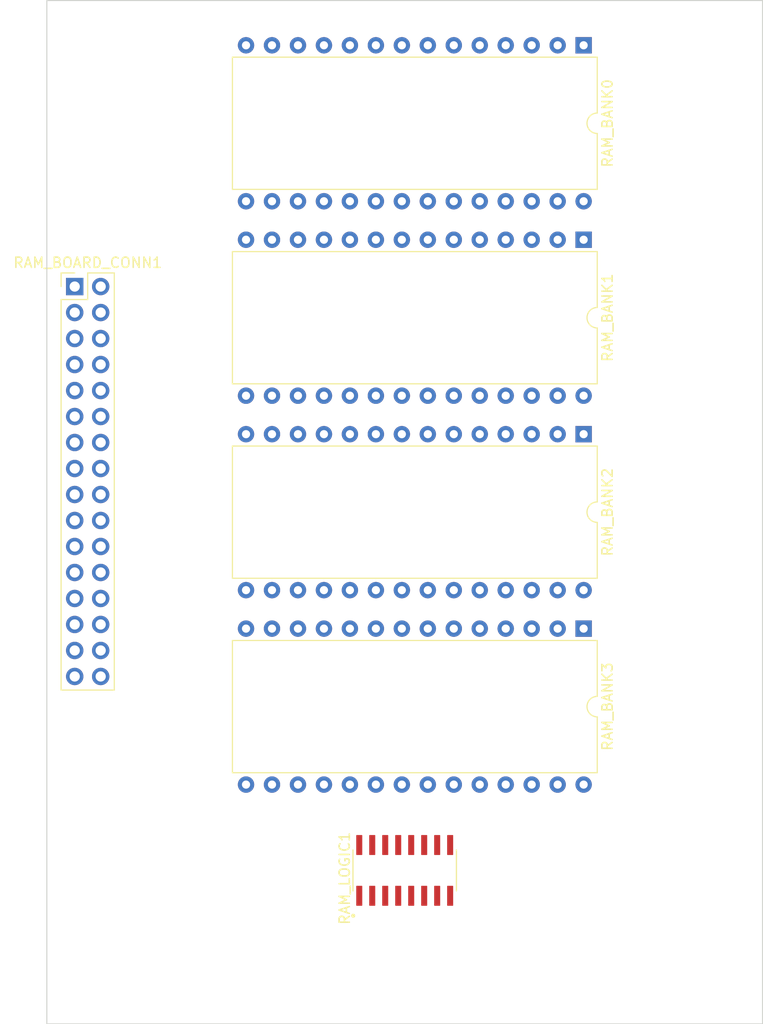
<source format=kicad_pcb>
(kicad_pcb (version 20211014) (generator pcbnew)
  (layers (0 "F.Cu" signal) (31 "B.Cu" signal) (34 "B.Paste" user) (35 "F.Paste" user) (38 "B.Mask" user) (39 "F.Mask" user) (44 "Edge.Cuts" user))
  (net 0 "")
  (net 1 "/A14")
  (net 2 "/A12")
  (net 3 "/A7")
  (net 4 "/A6")
  (net 5 "/A5")
  (net 6 "/A4")
  (net 7 "/A3")
  (net 8 "/A2")
  (net 9 "/A1")
  (net 10 "/A0")
  (net 11 "/DQ0")
  (net 12 "/DQ1")
  (net 13 "/DQ2")
  (net 14 "/GND")
  (net 15 "/DQ3")
  (net 16 "/DQ4")
  (net 17 "/DQ5")
  (net 18 "/DQ6")
  (net 19 "/DQ7")
  (net 20 "/B0")
  (net 21 "/A10")
  (net 22 "/OE0")
  (net 23 "/A11")
  (net 24 "/A9")
  (net 25 "/A8")
  (net 26 "/A13")
  (net 27 "/WE0")
  (net 28 "/VCC")
  (net 29 "/B1")
  (net 30 "/OE1")
  (net 31 "/WE1")
  (net 32 "/OE2")
  (net 33 "/WE2")
  (net 34 "/OE3")
  (net 35 "/WE3")
  (net 36 "/RW0")
  (net 37 "/CARDSEL0")
  (net 38 "/CARDSEL1")
  (net 39 "/RW1")
  (net 40 "/RES")
  (footprint "Connector_PinHeader_2.54mm:PinHeader_2x16_P2.54mm_Vertical" (layer "F.Cu") (at 22.725 117.95)
    (fp_text reference "RAM_BOARD_CONN1" (at 1.27 -2.33) (layer "F.SilkS"))
    (fp_text value "Conn_02x16_Odd_Even")
    (fp_line (start -1.33 -1.33) (end 0 -1.33) (layer "F.SilkS") (width 0.12))
    (fp_line (start 1.27 1.27) (end 1.27 -1.33) (layer "F.SilkS") (width 0.12))
    (fp_line (start 1.27 -1.33) (end 3.87 -1.33) (layer "F.SilkS") (width 0.12))
    (fp_line (start -1.33 39.43) (end 3.87 39.43) (layer "F.SilkS") (width 0.12))
    (fp_line (start 3.87 -1.33) (end 3.87 39.43) (layer "F.SilkS") (width 0.12))
    (fp_line (start -1.33 0) (end -1.33 -1.33) (layer "F.SilkS") (width 0.12))
    (fp_line (start -1.33 1.27) (end -1.33 39.43) (layer "F.SilkS") (width 0.12))
    (fp_line (start -1.33 1.27) (end 1.27 1.27) (layer "F.SilkS") (width 0.12))
    (pad "1" thru_hole rect (at 0 0) (size 1.7 1.7) (drill 1) (layers *.Cu *.Mask) (net 10 "/A0"))
    (pad "2" thru_hole oval (at 2.54 0) (size 1.7 1.7) (drill 1) (layers *.Cu *.Mask) (net 11 "/DQ0"))
    (pad "3" thru_hole oval (at 0 2.54) (size 1.7 1.7) (drill 1) (layers *.Cu *.Mask) (net 9 "/A1"))
    (pad "4" thru_hole oval (at 2.54 2.54) (size 1.7 1.7) (drill 1) (layers *.Cu *.Mask) (net 12 "/DQ1"))
    (pad "5" thru_hole oval (at 0 5.08) (size 1.7 1.7) (drill 1) (layers *.Cu *.Mask) (net 8 "/A2"))
    (pad "6" thru_hole oval (at 2.54 5.08) (size 1.7 1.7) (drill 1) (layers *.Cu *.Mask) (net 13 "/DQ2"))
    (pad "7" thru_hole oval (at 0 7.62) (size 1.7 1.7) (drill 1) (layers *.Cu *.Mask) (net 7 "/A3"))
    (pad "8" thru_hole oval (at 2.54 7.62) (size 1.7 1.7) (drill 1) (layers *.Cu *.Mask) (net 15 "/DQ3"))
    (pad "9" thru_hole oval (at 0 10.16) (size 1.7 1.7) (drill 1) (layers *.Cu *.Mask) (net 6 "/A4"))
    (pad "10" thru_hole oval (at 2.54 10.16) (size 1.7 1.7) (drill 1) (layers *.Cu *.Mask) (net 16 "/DQ4"))
    (pad "11" thru_hole oval (at 0 12.7) (size 1.7 1.7) (drill 1) (layers *.Cu *.Mask) (net 5 "/A5"))
    (pad "12" thru_hole oval (at 2.54 12.7) (size 1.7 1.7) (drill 1) (layers *.Cu *.Mask) (net 17 "/DQ5"))
    (pad "13" thru_hole oval (at 0 15.24) (size 1.7 1.7) (drill 1) (layers *.Cu *.Mask) (net 4 "/A6"))
    (pad "14" thru_hole oval (at 2.54 15.24) (size 1.7 1.7) (drill 1) (layers *.Cu *.Mask) (net 18 "/DQ6"))
    (pad "15" thru_hole oval (at 0 17.78) (size 1.7 1.7) (drill 1) (layers *.Cu *.Mask) (net 3 "/A7"))
    (pad "16" thru_hole oval (at 2.54 17.78) (size 1.7 1.7) (drill 1) (layers *.Cu *.Mask) (net 19 "/DQ7"))
    (pad "17" thru_hole oval (at 0 20.32) (size 1.7 1.7) (drill 1) (layers *.Cu *.Mask) (net 25 "/A8"))
    (pad "18" thru_hole oval (at 2.54 20.32) (size 1.7 1.7) (drill 1) (layers *.Cu *.Mask) (net 29 "/B1"))
    (pad "19" thru_hole oval (at 0 22.86) (size 1.7 1.7) (drill 1) (layers *.Cu *.Mask) (net 24 "/A9"))
    (pad "20" thru_hole oval (at 2.54 22.86) (size 1.7 1.7) (drill 1) (layers *.Cu *.Mask) (net 20 "/B0"))
    (pad "21" thru_hole oval (at 0 25.4) (size 1.7 1.7) (drill 1) (layers *.Cu *.Mask) (net 21 "/A10"))
    (pad "22" thru_hole oval (at 2.54 25.4) (size 1.7 1.7) (drill 1) (layers *.Cu *.Mask) (net 36 "/RW0"))
    (pad "23" thru_hole oval (at 0 27.94) (size 1.7 1.7) (drill 1) (layers *.Cu *.Mask) (net 23 "/A11"))
    (pad "24" thru_hole oval (at 2.54 27.94) (size 1.7 1.7) (drill 1) (layers *.Cu *.Mask) (net 39 "/RW1"))
    (pad "25" thru_hole oval (at 0 30.48) (size 1.7 1.7) (drill 1) (layers *.Cu *.Mask) (net 2 "/A12"))
    (pad "26" thru_hole oval (at 2.54 30.48) (size 1.7 1.7) (drill 1) (layers *.Cu *.Mask) (net 37 "/CARDSEL0"))
    (pad "27" thru_hole oval (at 0 33.02) (size 1.7 1.7) (drill 1) (layers *.Cu *.Mask) (net 26 "/A13"))
    (pad "28" thru_hole oval (at 2.54 33.02) (size 1.7 1.7) (drill 1) (layers *.Cu *.Mask) (net 38 "/CARDSEL1"))
    (pad "29" thru_hole oval (at 0 35.56) (size 1.7 1.7) (drill 1) (layers *.Cu *.Mask) (net 1 "/A14"))
    (pad "30" thru_hole oval (at 2.54 35.56) (size 1.7 1.7) (drill 1) (layers *.Cu *.Mask) (net 40 "/RES"))
    (pad "31" thru_hole oval (at 0 38.1) (size 1.7 1.7) (drill 1) (layers *.Cu *.Mask) (net 14 "/GND"))
    (pad "32" thru_hole oval (at 2.54 38.1) (size 1.7 1.7) (drill 1) (layers *.Cu *.Mask) (net 28 "/VCC"))
  )
  (footprint "MC74HC139ADR2G:SOIC127P600X175-16N" (layer "F.Cu") (at 55 175 90)
    (fp_text reference "RAM_LOGIC1" (at -0.775 -5.872 90) (layer "F.SilkS"))
    (fp_text value "MC74HC139ADR2G")
    (fp_line (start -2 -5.06) (end 2 -5.06) (layer "F.SilkS") (width 0.127))
    (fp_line (start -2 5.06) (end 2 5.06) (layer "F.SilkS") (width 0.127))
    (fp_circle (center -4.43 -5.035) (end -4.33 -5.035) (layer "F.SilkS") (width 0.2) (fill none))
    (pad "1" smd roundrect locked (at -2.48 -4.445 90) (size 1.95 0.59) (layers "F.Cu" "F.Paste" "F.Mask") (roundrect_rratio 0.07) (net 14 "/GND"))
    (pad "2" smd roundrect locked (at -2.48 -3.175 90) (size 1.95 0.59) (layers "F.Cu" "F.Paste" "F.Mask") (roundrect_rratio 0.07) (net 36 "/RW0"))
    (pad "3" smd roundrect locked (at -2.48 -1.905 90) (size 1.95 0.59) (layers "F.Cu" "F.Paste" "F.Mask") (roundrect_rratio 0.07) (net 37 "/CARDSEL0"))
    (pad "4" smd roundrect locked (at -2.48 -0.635 90) (size 1.95 0.59) (layers "F.Cu" "F.Paste" "F.Mask") (roundrect_rratio 0.07) (net 27 "/WE0"))
    (pad "5" smd roundrect locked (at -2.48 0.635 90) (size 1.95 0.59) (layers "F.Cu" "F.Paste" "F.Mask") (roundrect_rratio 0.07) (net 22 "/OE0"))
    (pad "6" smd roundrect locked (at -2.48 1.905 90) (size 1.95 0.59) (layers "F.Cu" "F.Paste" "F.Mask") (roundrect_rratio 0.07) (net 31 "/WE1"))
    (pad "7" smd roundrect locked (at -2.48 3.175 90) (size 1.95 0.59) (layers "F.Cu" "F.Paste" "F.Mask") (roundrect_rratio 0.07) (net 30 "/OE1"))
    (pad "8" smd roundrect locked (at -2.48 4.445 90) (size 1.95 0.59) (layers "F.Cu" "F.Paste" "F.Mask") (roundrect_rratio 0.07) (net 14 "/GND"))
    (pad "9" smd roundrect locked (at 2.48 4.445 90) (size 1.95 0.59) (layers "F.Cu" "F.Paste" "F.Mask") (roundrect_rratio 0.07) (net 34 "/OE3"))
    (pad "10" smd roundrect locked (at 2.48 3.175 90) (size 1.95 0.59) (layers "F.Cu" "F.Paste" "F.Mask") (roundrect_rratio 0.07) (net 35 "/WE3"))
    (pad "11" smd roundrect locked (at 2.48 1.905 90) (size 1.95 0.59) (layers "F.Cu" "F.Paste" "F.Mask") (roundrect_rratio 0.07) (net 32 "/OE2"))
    (pad "12" smd roundrect locked (at 2.48 0.635 90) (size 1.95 0.59) (layers "F.Cu" "F.Paste" "F.Mask") (roundrect_rratio 0.07) (net 33 "/WE2"))
    (pad "13" smd roundrect locked (at 2.48 -0.635 90) (size 1.95 0.59) (layers "F.Cu" "F.Paste" "F.Mask") (roundrect_rratio 0.07) (net 38 "/CARDSEL1"))
    (pad "14" smd roundrect locked (at 2.48 -1.905 90) (size 1.95 0.59) (layers "F.Cu" "F.Paste" "F.Mask") (roundrect_rratio 0.07) (net 39 "/RW1"))
    (pad "15" smd roundrect locked (at 2.48 -3.175 90) (size 1.95 0.59) (layers "F.Cu" "F.Paste" "F.Mask") (roundrect_rratio 0.07) (net 14 "/GND"))
    (pad "16" smd roundrect locked (at 2.48 -4.445 90) (size 1.95 0.59) (layers "F.Cu" "F.Paste" "F.Mask") (roundrect_rratio 0.07) (net 28 "/VCC"))
  )
  (footprint "Package_DIP:DIP-28_W15.24mm" (layer "F.Cu") (at 72.5 151.375 -90)
    (fp_text reference "RAM_BANK3" (at 7.62 -2.33 90) (layer "F.SilkS"))
    (fp_text value "D43256C")
    (fp_line (start 14.08 -1.33) (end 8.62 -1.33) (layer "F.SilkS") (width 0.12))
    (fp_line (start 1.16 34.35) (end 14.08 34.35) (layer "F.SilkS") (width 0.12))
    (fp_line (start 6.62 -1.33) (end 1.16 -1.33) (layer "F.SilkS") (width 0.12))
    (fp_line (start 14.08 34.35) (end 14.08 -1.33) (layer "F.SilkS") (width 0.12))
    (fp_line (start 1.16 -1.33) (end 1.16 34.35) (layer "F.SilkS") (width 0.12))
    (fp_arc (start 8.62 -1.33) (mid 7.62 -0.33) (end 6.62 -1.33) (layer "F.SilkS") (width 0.12))
    (pad "1" thru_hole rect (at 0 0 270) (size 1.6 1.6) (drill 0.8) (layers *.Cu *.Mask) (net 1 "/A14"))
    (pad "2" thru_hole oval (at 0 2.54 270) (size 1.6 1.6) (drill 0.8) (layers *.Cu *.Mask) (net 2 "/A12"))
    (pad "3" thru_hole oval (at 0 5.08 270) (size 1.6 1.6) (drill 0.8) (layers *.Cu *.Mask) (net 3 "/A7"))
    (pad "4" thru_hole oval (at 0 7.62 270) (size 1.6 1.6) (drill 0.8) (layers *.Cu *.Mask) (net 4 "/A6"))
    (pad "5" thru_hole oval (at 0 10.16 270) (size 1.6 1.6) (drill 0.8) (layers *.Cu *.Mask) (net 5 "/A5"))
    (pad "6" thru_hole oval (at 0 12.7 270) (size 1.6 1.6) (drill 0.8) (layers *.Cu *.Mask) (net 6 "/A4"))
    (pad "7" thru_hole oval (at 0 15.24 270) (size 1.6 1.6) (drill 0.8) (layers *.Cu *.Mask) (net 7 "/A3"))
    (pad "8" thru_hole oval (at 0 17.78 270) (size 1.6 1.6) (drill 0.8) (layers *.Cu *.Mask) (net 8 "/A2"))
    (pad "9" thru_hole oval (at 0 20.32 270) (size 1.6 1.6) (drill 0.8) (layers *.Cu *.Mask) (net 9 "/A1"))
    (pad "10" thru_hole oval (at 0 22.86 270) (size 1.6 1.6) (drill 0.8) (layers *.Cu *.Mask) (net 10 "/A0"))
    (pad "11" thru_hole oval (at 0 25.4 270) (size 1.6 1.6) (drill 0.8) (layers *.Cu *.Mask) (net 11 "/DQ0"))
    (pad "12" thru_hole oval (at 0 27.94 270) (size 1.6 1.6) (drill 0.8) (layers *.Cu *.Mask) (net 12 "/DQ1"))
    (pad "13" thru_hole oval (at 0 30.48 270) (size 1.6 1.6) (drill 0.8) (layers *.Cu *.Mask) (net 13 "/DQ2"))
    (pad "14" thru_hole oval (at 0 33.02 270) (size 1.6 1.6) (drill 0.8) (layers *.Cu *.Mask) (net 14 "/GND"))
    (pad "15" thru_hole oval (at 15.24 33.02 270) (size 1.6 1.6) (drill 0.8) (layers *.Cu *.Mask) (net 15 "/DQ3"))
    (pad "16" thru_hole oval (at 15.24 30.48 270) (size 1.6 1.6) (drill 0.8) (layers *.Cu *.Mask) (net 16 "/DQ4"))
    (pad "17" thru_hole oval (at 15.24 27.94 270) (size 1.6 1.6) (drill 0.8) (layers *.Cu *.Mask) (net 17 "/DQ5"))
    (pad "18" thru_hole oval (at 15.24 25.4 270) (size 1.6 1.6) (drill 0.8) (layers *.Cu *.Mask) (net 18 "/DQ6"))
    (pad "19" thru_hole oval (at 15.24 22.86 270) (size 1.6 1.6) (drill 0.8) (layers *.Cu *.Mask) (net 19 "/DQ7"))
    (pad "20" thru_hole oval (at 15.24 20.32 270) (size 1.6 1.6) (drill 0.8) (layers *.Cu *.Mask) (net 20 "/B0"))
    (pad "21" thru_hole oval (at 15.24 17.78 270) (size 1.6 1.6) (drill 0.8) (layers *.Cu *.Mask) (net 21 "/A10"))
    (pad "22" thru_hole oval (at 15.24 15.24 270) (size 1.6 1.6) (drill 0.8) (layers *.Cu *.Mask) (net 34 "/OE3"))
    (pad "23" thru_hole oval (at 15.24 12.7 270) (size 1.6 1.6) (drill 0.8) (layers *.Cu *.Mask) (net 23 "/A11"))
    (pad "24" thru_hole oval (at 15.24 10.16 270) (size 1.6 1.6) (drill 0.8) (layers *.Cu *.Mask) (net 24 "/A9"))
    (pad "25" thru_hole oval (at 15.24 7.62 270) (size 1.6 1.6) (drill 0.8) (layers *.Cu *.Mask) (net 25 "/A8"))
    (pad "26" thru_hole oval (at 15.24 5.08 270) (size 1.6 1.6) (drill 0.8) (layers *.Cu *.Mask) (net 26 "/A13"))
    (pad "27" thru_hole oval (at 15.24 2.54 270) (size 1.6 1.6) (drill 0.8) (layers *.Cu *.Mask) (net 35 "/WE3"))
    (pad "28" thru_hole oval (at 15.24 0 270) (size 1.6 1.6) (drill 0.8) (layers *.Cu *.Mask) (net 28 "/VCC"))
  )
  (footprint "Package_DIP:DIP-28_W15.24mm" (layer "F.Cu") (at 72.5 132.375 -90)
    (fp_text reference "RAM_BANK2" (at 7.62 -2.33 90) (layer "F.SilkS"))
    (fp_text value "D43256C")
    (fp_line (start 6.62 -1.33) (end 1.16 -1.33) (layer "F.SilkS") (width 0.12))
    (fp_line (start 1.16 -1.33) (end 1.16 34.35) (layer "F.SilkS") (width 0.12))
    (fp_line (start 14.08 -1.33) (end 8.62 -1.33) (layer "F.SilkS") (width 0.12))
    (fp_line (start 1.16 34.35) (end 14.08 34.35) (layer "F.SilkS") (width 0.12))
    (fp_line (start 14.08 34.35) (end 14.08 -1.33) (layer "F.SilkS") (width 0.12))
    (fp_arc (start 8.62 -1.33) (mid 7.62 -0.33) (end 6.62 -1.33) (layer "F.SilkS") (width 0.12))
    (pad "1" thru_hole rect (at 0 0 270) (size 1.6 1.6) (drill 0.8) (layers *.Cu *.Mask) (net 1 "/A14"))
    (pad "2" thru_hole oval (at 0 2.54 270) (size 1.6 1.6) (drill 0.8) (layers *.Cu *.Mask) (net 2 "/A12"))
    (pad "3" thru_hole oval (at 0 5.08 270) (size 1.6 1.6) (drill 0.8) (layers *.Cu *.Mask) (net 3 "/A7"))
    (pad "4" thru_hole oval (at 0 7.62 270) (size 1.6 1.6) (drill 0.8) (layers *.Cu *.Mask) (net 4 "/A6"))
    (pad "5" thru_hole oval (at 0 10.16 270) (size 1.6 1.6) (drill 0.8) (layers *.Cu *.Mask) (net 5 "/A5"))
    (pad "6" thru_hole oval (at 0 12.7 270) (size 1.6 1.6) (drill 0.8) (layers *.Cu *.Mask) (net 6 "/A4"))
    (pad "7" thru_hole oval (at 0 15.24 270) (size 1.6 1.6) (drill 0.8) (layers *.Cu *.Mask) (net 7 "/A3"))
    (pad "8" thru_hole oval (at 0 17.78 270) (size 1.6 1.6) (drill 0.8) (layers *.Cu *.Mask) (net 8 "/A2"))
    (pad "9" thru_hole oval (at 0 20.32 270) (size 1.6 1.6) (drill 0.8) (layers *.Cu *.Mask) (net 9 "/A1"))
    (pad "10" thru_hole oval (at 0 22.86 270) (size 1.6 1.6) (drill 0.8) (layers *.Cu *.Mask) (net 10 "/A0"))
    (pad "11" thru_hole oval (at 0 25.4 270) (size 1.6 1.6) (drill 0.8) (layers *.Cu *.Mask) (net 11 "/DQ0"))
    (pad "12" thru_hole oval (at 0 27.94 270) (size 1.6 1.6) (drill 0.8) (layers *.Cu *.Mask) (net 12 "/DQ1"))
    (pad "13" thru_hole oval (at 0 30.48 270) (size 1.6 1.6) (drill 0.8) (layers *.Cu *.Mask) (net 13 "/DQ2"))
    (pad "14" thru_hole oval (at 0 33.02 270) (size 1.6 1.6) (drill 0.8) (layers *.Cu *.Mask) (net 14 "/GND"))
    (pad "15" thru_hole oval (at 15.24 33.02 270) (size 1.6 1.6) (drill 0.8) (layers *.Cu *.Mask) (net 15 "/DQ3"))
    (pad "16" thru_hole oval (at 15.24 30.48 270) (size 1.6 1.6) (drill 0.8) (layers *.Cu *.Mask) (net 16 "/DQ4"))
    (pad "17" thru_hole oval (at 15.24 27.94 270) (size 1.6 1.6) (drill 0.8) (layers *.Cu *.Mask) (net 17 "/DQ5"))
    (pad "18" thru_hole oval (at 15.24 25.4 270) (size 1.6 1.6) (drill 0.8) (layers *.Cu *.Mask) (net 18 "/DQ6"))
    (pad "19" thru_hole oval (at 15.24 22.86 270) (size 1.6 1.6) (drill 0.8) (layers *.Cu *.Mask) (net 19 "/DQ7"))
    (pad "20" thru_hole oval (at 15.24 20.32 270) (size 1.6 1.6) (drill 0.8) (layers *.Cu *.Mask) (net 20 "/B0"))
    (pad "21" thru_hole oval (at 15.24 17.78 270) (size 1.6 1.6) (drill 0.8) (layers *.Cu *.Mask) (net 21 "/A10"))
    (pad "22" thru_hole oval (at 15.24 15.24 270) (size 1.6 1.6) (drill 0.8) (layers *.Cu *.Mask) (net 32 "/OE2"))
    (pad "23" thru_hole oval (at 15.24 12.7 270) (size 1.6 1.6) (drill 0.8) (layers *.Cu *.Mask) (net 23 "/A11"))
    (pad "24" thru_hole oval (at 15.24 10.16 270) (size 1.6 1.6) (drill 0.8) (layers *.Cu *.Mask) (net 24 "/A9"))
    (pad "25" thru_hole oval (at 15.24 7.62 270) (size 1.6 1.6) (drill 0.8) (layers *.Cu *.Mask) (net 25 "/A8"))
    (pad "26" thru_hole oval (at 15.24 5.08 270) (size 1.6 1.6) (drill 0.8) (layers *.Cu *.Mask) (net 26 "/A13"))
    (pad "27" thru_hole oval (at 15.24 2.54 270) (size 1.6 1.6) (drill 0.8) (layers *.Cu *.Mask) (net 33 "/WE2"))
    (pad "28" thru_hole oval (at 15.24 0 270) (size 1.6 1.6) (drill 0.8) (layers *.Cu *.Mask) (net 28 "/VCC"))
  )
  (footprint "Package_DIP:DIP-28_W15.24mm" (layer "F.Cu") (at 72.5 94.375 -90)
    (fp_text reference "RAM_BANK0" (at 7.62 -2.33 90) (layer "F.SilkS"))
    (fp_text value "D43256C")
    (fp_line (start 6.62 -1.33) (end 1.16 -1.33) (layer "F.SilkS") (width 0.12))
    (fp_line (start 1.16 -1.33) (end 1.16 34.35) (layer "F.SilkS") (width 0.12))
    (fp_line (start 14.08 34.35) (end 14.08 -1.33) (layer "F.SilkS") (width 0.12))
    (fp_line (start 14.08 -1.33) (end 8.62 -1.33) (layer "F.SilkS") (width 0.12))
    (fp_line (start 1.16 34.35) (end 14.08 34.35) (layer "F.SilkS") (width 0.12))
    (fp_arc (start 8.62 -1.33) (mid 7.62 -0.33) (end 6.62 -1.33) (layer "F.SilkS") (width 0.12))
    (pad "1" thru_hole rect (at 0 0 270) (size 1.6 1.6) (drill 0.8) (layers *.Cu *.Mask) (net 1 "/A14"))
    (pad "2" thru_hole oval (at 0 2.54 270) (size 1.6 1.6) (drill 0.8) (layers *.Cu *.Mask) (net 2 "/A12"))
    (pad "3" thru_hole oval (at 0 5.08 270) (size 1.6 1.6) (drill 0.8) (layers *.Cu *.Mask) (net 3 "/A7"))
    (pad "4" thru_hole oval (at 0 7.62 270) (size 1.6 1.6) (drill 0.8) (layers *.Cu *.Mask) (net 4 "/A6"))
    (pad "5" thru_hole oval (at 0 10.16 270) (size 1.6 1.6) (drill 0.8) (layers *.Cu *.Mask) (net 5 "/A5"))
    (pad "6" thru_hole oval (at 0 12.7 270) (size 1.6 1.6) (drill 0.8) (layers *.Cu *.Mask) (net 6 "/A4"))
    (pad "7" thru_hole oval (at 0 15.24 270) (size 1.6 1.6) (drill 0.8) (layers *.Cu *.Mask) (net 7 "/A3"))
    (pad "8" thru_hole oval (at 0 17.78 270) (size 1.6 1.6) (drill 0.8) (layers *.Cu *.Mask) (net 8 "/A2"))
    (pad "9" thru_hole oval (at 0 20.32 270) (size 1.6 1.6) (drill 0.8) (layers *.Cu *.Mask) (net 9 "/A1"))
    (pad "10" thru_hole oval (at 0 22.86 270) (size 1.6 1.6) (drill 0.8) (layers *.Cu *.Mask) (net 10 "/A0"))
    (pad "11" thru_hole oval (at 0 25.4 270) (size 1.6 1.6) (drill 0.8) (layers *.Cu *.Mask) (net 11 "/DQ0"))
    (pad "12" thru_hole oval (at 0 27.94 270) (size 1.6 1.6) (drill 0.8) (layers *.Cu *.Mask) (net 12 "/DQ1"))
    (pad "13" thru_hole oval (at 0 30.48 270) (size 1.6 1.6) (drill 0.8) (layers *.Cu *.Mask) (net 13 "/DQ2"))
    (pad "14" thru_hole oval (at 0 33.02 270) (size 1.6 1.6) (drill 0.8) (layers *.Cu *.Mask) (net 14 "/GND"))
    (pad "15" thru_hole oval (at 15.24 33.02 270) (size 1.6 1.6) (drill 0.8) (layers *.Cu *.Mask) (net 15 "/DQ3"))
    (pad "16" thru_hole oval (at 15.24 30.48 270) (size 1.6 1.6) (drill 0.8) (layers *.Cu *.Mask) (net 16 "/DQ4"))
    (pad "17" thru_hole oval (at 15.24 27.94 270) (size 1.6 1.6) (drill 0.8) (layers *.Cu *.Mask) (net 17 "/DQ5"))
    (pad "18" thru_hole oval (at 15.24 25.4 270) (size 1.6 1.6) (drill 0.8) (layers *.Cu *.Mask) (net 18 "/DQ6"))
    (pad "19" thru_hole oval (at 15.24 22.86 270) (size 1.6 1.6) (drill 0.8) (layers *.Cu *.Mask) (net 19 "/DQ7"))
    (pad "20" thru_hole oval (at 15.24 20.32 270) (size 1.6 1.6) (drill 0.8) (layers *.Cu *.Mask) (net 20 "/B0"))
    (pad "21" thru_hole oval (at 15.24 17.78 270) (size 1.6 1.6) (drill 0.8) (layers *.Cu *.Mask) (net 21 "/A10"))
    (pad "22" thru_hole oval (at 15.24 15.24 270) (size 1.6 1.6) (drill 0.8) (layers *.Cu *.Mask) (net 22 "/OE0"))
    (pad "23" thru_hole oval (at 15.24 12.7 270) (size 1.6 1.6) (drill 0.8) (layers *.Cu *.Mask) (net 23 "/A11"))
    (pad "24" thru_hole oval (at 15.24 10.16 270) (size 1.6 1.6) (drill 0.8) (layers *.Cu *.Mask) (net 24 "/A9"))
    (pad "25" thru_hole oval (at 15.24 7.62 270) (size 1.6 1.6) (drill 0.8) (layers *.Cu *.Mask) (net 25 "/A8"))
    (pad "26" thru_hole oval (at 15.24 5.08 270) (size 1.6 1.6) (drill 0.8) (layers *.Cu *.Mask) (net 26 "/A13"))
    (pad "27" thru_hole oval (at 15.24 2.54 270) (size 1.6 1.6) (drill 0.8) (layers *.Cu *.Mask) (net 27 "/WE0"))
    (pad "28" thru_hole oval (at 15.24 0 270) (size 1.6 1.6) (drill 0.8) (layers *.Cu *.Mask) (net 28 "/VCC"))
  )
  (footprint "Package_DIP:DIP-28_W15.24mm" (layer "F.Cu") (at 72.5 113.375 -90)
    (fp_text reference "RAM_BANK1" (at 7.62 -2.33 90) (layer "F.SilkS"))
    (fp_text value "D43256C")
    (fp_line (start 14.08 34.35) (end 14.08 -1.33) (layer "F.SilkS") (width 0.12))
    (fp_line (start 6.62 -1.33) (end 1.16 -1.33) (layer "F.SilkS") (width 0.12))
    (fp_line (start 1.16 34.35) (end 14.08 34.35) (layer "F.SilkS") (width 0.12))
    (fp_line (start 14.08 -1.33) (end 8.62 -1.33) (layer "F.SilkS") (width 0.12))
    (fp_line (start 1.16 -1.33) (end 1.16 34.35) (layer "F.SilkS") (width 0.12))
    (fp_arc (start 8.62 -1.33) (mid 7.62 -0.33) (end 6.62 -1.33) (layer "F.SilkS") (width 0.12))
    (pad "1" thru_hole rect (at 0 0 270) (size 1.6 1.6) (drill 0.8) (layers *.Cu *.Mask) (net 1 "/A14"))
    (pad "2" thru_hole oval (at 0 2.54 270) (size 1.6 1.6) (drill 0.8) (layers *.Cu *.Mask) (net 2 "/A12"))
    (pad "3" thru_hole oval (at 0 5.08 270) (size 1.6 1.6) (drill 0.8) (layers *.Cu *.Mask) (net 3 "/A7"))
    (pad "4" thru_hole oval (at 0 7.62 270) (size 1.6 1.6) (drill 0.8) (layers *.Cu *.Mask) (net 4 "/A6"))
    (pad "5" thru_hole oval (at 0 10.16 270) (size 1.6 1.6) (drill 0.8) (layers *.Cu *.Mask) (net 5 "/A5"))
    (pad "6" thru_hole oval (at 0 12.7 270) (size 1.6 1.6) (drill 0.8) (layers *.Cu *.Mask) (net 6 "/A4"))
    (pad "7" thru_hole oval (at 0 15.24 270) (size 1.6 1.6) (drill 0.8) (layers *.Cu *.Mask) (net 7 "/A3"))
    (pad "8" thru_hole oval (at 0 17.78 270) (size 1.6 1.6) (drill 0.8) (layers *.Cu *.Mask) (net 8 "/A2"))
    (pad "9" thru_hole oval (at 0 20.32 270) (size 1.6 1.6) (drill 0.8) (layers *.Cu *.Mask) (net 9 "/A1"))
    (pad "10" thru_hole oval (at 0 22.86 270) (size 1.6 1.6) (drill 0.8) (layers *.Cu *.Mask) (net 10 "/A0"))
    (pad "11" thru_hole oval (at 0 25.4 270) (size 1.6 1.6) (drill 0.8) (layers *.Cu *.Mask) (net 11 "/DQ0"))
    (pad "12" thru_hole oval (at 0 27.94 270) (size 1.6 1.6) (drill 0.8) (layers *.Cu *.Mask) (net 12 "/DQ1"))
    (pad "13" thru_hole oval (at 0 30.48 270) (size 1.6 1.6) (drill 0.8) (layers *.Cu *.Mask) (net 13 "/DQ2"))
    (pad "14" thru_hole oval (at 0 33.02 270) (size 1.6 1.6) (drill 0.8) (layers *.Cu *.Mask) (net 14 "/GND"))
    (pad "15" thru_hole oval (at 15.24 33.02 270) (size 1.6 1.6) (drill 0.8) (layers *.Cu *.Mask) (net 15 "/DQ3"))
    (pad "16" thru_hole oval (at 15.24 30.48 270) (size 1.6 1.6) (drill 0.8) (layers *.Cu *.Mask) (net 16 "/DQ4"))
    (pad "17" thru_hole oval (at 15.24 27.94 270) (size 1.6 1.6) (drill 0.8) (layers *.Cu *.Mask) (net 17 "/DQ5"))
    (pad "18" thru_hole oval (at 15.24 25.4 270) (size 1.6 1.6) (drill 0.8) (layers *.Cu *.Mask) (net 18 "/DQ6"))
    (pad "19" thru_hole oval (at 15.24 22.86 270) (size 1.6 1.6) (drill 0.8) (layers *.Cu *.Mask) (net 19 "/DQ7"))
    (pad "20" thru_hole oval (at 15.24 20.32 270) (size 1.6 1.6) (drill 0.8) (layers *.Cu *.Mask) (net 29 "/B1"))
    (pad "21" thru_hole oval (at 15.24 17.78 270) (size 1.6 1.6) (drill 0.8) (layers *.Cu *.Mask) (net 21 "/A10"))
    (pad "22" thru_hole oval (at 15.24 15.24 270) (size 1.6 1.6) (drill 0.8) (layers *.Cu *.Mask) (net 30 "/OE1"))
    (pad "23" thru_hole oval (at 15.24 12.7 270) (size 1.6 1.6) (drill 0.8) (layers *.Cu *.Mask) (net 23 "/A11"))
    (pad "24" thru_hole oval (at 15.24 10.16 270) (size 1.6 1.6) (drill 0.8) (layers *.Cu *.Mask) (net 24 "/A9"))
    (pad "25" thru_hole oval (at 15.24 7.62 270) (size 1.6 1.6) (drill 0.8) (layers *.Cu *.Mask) (net 25 "/A8"))
    (pad "26" thru_hole oval (at 15.24 5.08 270) (size 1.6 1.6) (drill 0.8) (layers *.Cu *.Mask) (net 26 "/A13"))
    (pad "27" thru_hole oval (at 15.24 2.54 270) (size 1.6 1.6) (drill 0.8) (layers *.Cu *.Mask) (net 31 "/WE1"))
    (pad "28" thru_hole oval (at 15.24 0 270) (size 1.6 1.6) (drill 0.8) (layers *.Cu *.Mask) (net 28 "/VCC"))
  )
  (gr_rect (start 20 190) (end 90 90) (layer "Edge.Cuts") (width 0.1) (fill none))
)
</source>
